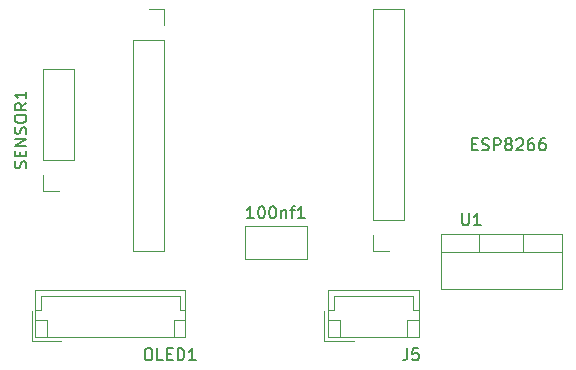
<source format=gbr>
%TF.GenerationSoftware,KiCad,Pcbnew,5.1.9+dfsg1-1*%
%TF.CreationDate,2022-05-15T20:14:44+02:00*%
%TF.ProjectId,water.tank,77617465-722e-4746-916e-6b2e6b696361,rev?*%
%TF.SameCoordinates,Original*%
%TF.FileFunction,Legend,Top*%
%TF.FilePolarity,Positive*%
%FSLAX46Y46*%
G04 Gerber Fmt 4.6, Leading zero omitted, Abs format (unit mm)*
G04 Created by KiCad (PCBNEW 5.1.9+dfsg1-1) date 2022-05-15 20:14:44*
%MOMM*%
%LPD*%
G01*
G04 APERTURE LIST*
%ADD10C,0.120000*%
%ADD11C,0.150000*%
G04 APERTURE END LIST*
D10*
%TO.C,SENSOR1*%
X69215000Y-69275000D02*
X67885000Y-69275000D01*
X67885000Y-69275000D02*
X67885000Y-67945000D01*
X67885000Y-66675000D02*
X67885000Y-58995000D01*
X70545000Y-58995000D02*
X67885000Y-58995000D01*
X70545000Y-66675000D02*
X70545000Y-58995000D01*
X70545000Y-66675000D02*
X67885000Y-66675000D01*
%TO.C,100nf1*%
X90230000Y-72290000D02*
X90230000Y-75030000D01*
X84990000Y-72290000D02*
X84990000Y-75030000D01*
X84990000Y-75030000D02*
X90230000Y-75030000D01*
X84990000Y-72290000D02*
X90230000Y-72290000D01*
%TO.C,U1*%
X101560000Y-72930000D02*
X111800000Y-72930000D01*
X101560000Y-77571000D02*
X111800000Y-77571000D01*
X101560000Y-72930000D02*
X101560000Y-77571000D01*
X111800000Y-72930000D02*
X111800000Y-77571000D01*
X101560000Y-74440000D02*
X111800000Y-74440000D01*
X104830000Y-72930000D02*
X104830000Y-74440000D01*
X108531000Y-72930000D02*
X108531000Y-74440000D01*
%TO.C,OLED1*%
X67240000Y-77665000D02*
X67240000Y-81685000D01*
X67240000Y-81685000D02*
X79960000Y-81685000D01*
X79960000Y-81685000D02*
X79960000Y-77665000D01*
X79960000Y-77665000D02*
X67240000Y-77665000D01*
X67240000Y-79375000D02*
X67740000Y-79375000D01*
X67740000Y-79375000D02*
X67740000Y-78165000D01*
X67740000Y-78165000D02*
X79460000Y-78165000D01*
X79460000Y-78165000D02*
X79460000Y-79375000D01*
X79460000Y-79375000D02*
X79960000Y-79375000D01*
X67240000Y-80185000D02*
X68240000Y-80185000D01*
X68240000Y-80185000D02*
X68240000Y-81685000D01*
X79960000Y-80185000D02*
X78960000Y-80185000D01*
X78960000Y-80185000D02*
X78960000Y-81685000D01*
X66940000Y-79485000D02*
X66940000Y-81985000D01*
X66940000Y-81985000D02*
X69440000Y-81985000D01*
%TO.C,J5*%
X92005000Y-77665000D02*
X92005000Y-81685000D01*
X92005000Y-81685000D02*
X99725000Y-81685000D01*
X99725000Y-81685000D02*
X99725000Y-77665000D01*
X99725000Y-77665000D02*
X92005000Y-77665000D01*
X92005000Y-79375000D02*
X92505000Y-79375000D01*
X92505000Y-79375000D02*
X92505000Y-78165000D01*
X92505000Y-78165000D02*
X99225000Y-78165000D01*
X99225000Y-78165000D02*
X99225000Y-79375000D01*
X99225000Y-79375000D02*
X99725000Y-79375000D01*
X92005000Y-80185000D02*
X93005000Y-80185000D01*
X93005000Y-80185000D02*
X93005000Y-81685000D01*
X99725000Y-80185000D02*
X98725000Y-80185000D01*
X98725000Y-80185000D02*
X98725000Y-81685000D01*
X91705000Y-79485000D02*
X91705000Y-81985000D01*
X91705000Y-81985000D02*
X94205000Y-81985000D01*
%TO.C,J1*%
X75505000Y-56515000D02*
X78165000Y-56515000D01*
X75505000Y-56515000D02*
X75505000Y-74355000D01*
X75505000Y-74355000D02*
X78165000Y-74355000D01*
X78165000Y-56515000D02*
X78165000Y-74355000D01*
X78165000Y-53915000D02*
X78165000Y-55245000D01*
X76835000Y-53915000D02*
X78165000Y-53915000D01*
%TO.C,ESP8266*%
X98485000Y-71755000D02*
X95825000Y-71755000D01*
X98485000Y-71755000D02*
X98485000Y-53915000D01*
X98485000Y-53915000D02*
X95825000Y-53915000D01*
X95825000Y-71755000D02*
X95825000Y-53915000D01*
X95825000Y-74355000D02*
X95825000Y-73025000D01*
X97155000Y-74355000D02*
X95825000Y-74355000D01*
%TO.C,SENSOR1*%
D11*
X66444761Y-67373095D02*
X66492380Y-67230238D01*
X66492380Y-66992142D01*
X66444761Y-66896904D01*
X66397142Y-66849285D01*
X66301904Y-66801666D01*
X66206666Y-66801666D01*
X66111428Y-66849285D01*
X66063809Y-66896904D01*
X66016190Y-66992142D01*
X65968571Y-67182619D01*
X65920952Y-67277857D01*
X65873333Y-67325476D01*
X65778095Y-67373095D01*
X65682857Y-67373095D01*
X65587619Y-67325476D01*
X65540000Y-67277857D01*
X65492380Y-67182619D01*
X65492380Y-66944523D01*
X65540000Y-66801666D01*
X65968571Y-66373095D02*
X65968571Y-66039761D01*
X66492380Y-65896904D02*
X66492380Y-66373095D01*
X65492380Y-66373095D01*
X65492380Y-65896904D01*
X66492380Y-65468333D02*
X65492380Y-65468333D01*
X66492380Y-64896904D01*
X65492380Y-64896904D01*
X66444761Y-64468333D02*
X66492380Y-64325476D01*
X66492380Y-64087380D01*
X66444761Y-63992142D01*
X66397142Y-63944523D01*
X66301904Y-63896904D01*
X66206666Y-63896904D01*
X66111428Y-63944523D01*
X66063809Y-63992142D01*
X66016190Y-64087380D01*
X65968571Y-64277857D01*
X65920952Y-64373095D01*
X65873333Y-64420714D01*
X65778095Y-64468333D01*
X65682857Y-64468333D01*
X65587619Y-64420714D01*
X65540000Y-64373095D01*
X65492380Y-64277857D01*
X65492380Y-64039761D01*
X65540000Y-63896904D01*
X65492380Y-63277857D02*
X65492380Y-63087380D01*
X65540000Y-62992142D01*
X65635238Y-62896904D01*
X65825714Y-62849285D01*
X66159047Y-62849285D01*
X66349523Y-62896904D01*
X66444761Y-62992142D01*
X66492380Y-63087380D01*
X66492380Y-63277857D01*
X66444761Y-63373095D01*
X66349523Y-63468333D01*
X66159047Y-63515952D01*
X65825714Y-63515952D01*
X65635238Y-63468333D01*
X65540000Y-63373095D01*
X65492380Y-63277857D01*
X66492380Y-61849285D02*
X66016190Y-62182619D01*
X66492380Y-62420714D02*
X65492380Y-62420714D01*
X65492380Y-62039761D01*
X65540000Y-61944523D01*
X65587619Y-61896904D01*
X65682857Y-61849285D01*
X65825714Y-61849285D01*
X65920952Y-61896904D01*
X65968571Y-61944523D01*
X66016190Y-62039761D01*
X66016190Y-62420714D01*
X66492380Y-60896904D02*
X66492380Y-61468333D01*
X66492380Y-61182619D02*
X65492380Y-61182619D01*
X65635238Y-61277857D01*
X65730476Y-61373095D01*
X65778095Y-61468333D01*
%TO.C,100nf1*%
X85729047Y-71612380D02*
X85157619Y-71612380D01*
X85443333Y-71612380D02*
X85443333Y-70612380D01*
X85348095Y-70755238D01*
X85252857Y-70850476D01*
X85157619Y-70898095D01*
X86348095Y-70612380D02*
X86443333Y-70612380D01*
X86538571Y-70660000D01*
X86586190Y-70707619D01*
X86633809Y-70802857D01*
X86681428Y-70993333D01*
X86681428Y-71231428D01*
X86633809Y-71421904D01*
X86586190Y-71517142D01*
X86538571Y-71564761D01*
X86443333Y-71612380D01*
X86348095Y-71612380D01*
X86252857Y-71564761D01*
X86205238Y-71517142D01*
X86157619Y-71421904D01*
X86110000Y-71231428D01*
X86110000Y-70993333D01*
X86157619Y-70802857D01*
X86205238Y-70707619D01*
X86252857Y-70660000D01*
X86348095Y-70612380D01*
X87300476Y-70612380D02*
X87395714Y-70612380D01*
X87490952Y-70660000D01*
X87538571Y-70707619D01*
X87586190Y-70802857D01*
X87633809Y-70993333D01*
X87633809Y-71231428D01*
X87586190Y-71421904D01*
X87538571Y-71517142D01*
X87490952Y-71564761D01*
X87395714Y-71612380D01*
X87300476Y-71612380D01*
X87205238Y-71564761D01*
X87157619Y-71517142D01*
X87110000Y-71421904D01*
X87062380Y-71231428D01*
X87062380Y-70993333D01*
X87110000Y-70802857D01*
X87157619Y-70707619D01*
X87205238Y-70660000D01*
X87300476Y-70612380D01*
X88062380Y-70945714D02*
X88062380Y-71612380D01*
X88062380Y-71040952D02*
X88110000Y-70993333D01*
X88205238Y-70945714D01*
X88348095Y-70945714D01*
X88443333Y-70993333D01*
X88490952Y-71088571D01*
X88490952Y-71612380D01*
X88824285Y-70945714D02*
X89205238Y-70945714D01*
X88967142Y-71612380D02*
X88967142Y-70755238D01*
X89014761Y-70660000D01*
X89110000Y-70612380D01*
X89205238Y-70612380D01*
X90062380Y-71612380D02*
X89490952Y-71612380D01*
X89776666Y-71612380D02*
X89776666Y-70612380D01*
X89681428Y-70755238D01*
X89586190Y-70850476D01*
X89490952Y-70898095D01*
%TO.C,U1*%
X103378095Y-71207380D02*
X103378095Y-72016904D01*
X103425714Y-72112142D01*
X103473333Y-72159761D01*
X103568571Y-72207380D01*
X103759047Y-72207380D01*
X103854285Y-72159761D01*
X103901904Y-72112142D01*
X103949523Y-72016904D01*
X103949523Y-71207380D01*
X104949523Y-72207380D02*
X104378095Y-72207380D01*
X104663809Y-72207380D02*
X104663809Y-71207380D01*
X104568571Y-71350238D01*
X104473333Y-71445476D01*
X104378095Y-71493095D01*
%TO.C,OLED1*%
X76731428Y-82637380D02*
X76921904Y-82637380D01*
X77017142Y-82685000D01*
X77112380Y-82780238D01*
X77160000Y-82970714D01*
X77160000Y-83304047D01*
X77112380Y-83494523D01*
X77017142Y-83589761D01*
X76921904Y-83637380D01*
X76731428Y-83637380D01*
X76636190Y-83589761D01*
X76540952Y-83494523D01*
X76493333Y-83304047D01*
X76493333Y-82970714D01*
X76540952Y-82780238D01*
X76636190Y-82685000D01*
X76731428Y-82637380D01*
X78064761Y-83637380D02*
X77588571Y-83637380D01*
X77588571Y-82637380D01*
X78398095Y-83113571D02*
X78731428Y-83113571D01*
X78874285Y-83637380D02*
X78398095Y-83637380D01*
X78398095Y-82637380D01*
X78874285Y-82637380D01*
X79302857Y-83637380D02*
X79302857Y-82637380D01*
X79540952Y-82637380D01*
X79683809Y-82685000D01*
X79779047Y-82780238D01*
X79826666Y-82875476D01*
X79874285Y-83065952D01*
X79874285Y-83208809D01*
X79826666Y-83399285D01*
X79779047Y-83494523D01*
X79683809Y-83589761D01*
X79540952Y-83637380D01*
X79302857Y-83637380D01*
X80826666Y-83637380D02*
X80255238Y-83637380D01*
X80540952Y-83637380D02*
X80540952Y-82637380D01*
X80445714Y-82780238D01*
X80350476Y-82875476D01*
X80255238Y-82923095D01*
%TO.C,J5*%
X98726666Y-82637380D02*
X98726666Y-83351666D01*
X98679047Y-83494523D01*
X98583809Y-83589761D01*
X98440952Y-83637380D01*
X98345714Y-83637380D01*
X99679047Y-82637380D02*
X99202857Y-82637380D01*
X99155238Y-83113571D01*
X99202857Y-83065952D01*
X99298095Y-83018333D01*
X99536190Y-83018333D01*
X99631428Y-83065952D01*
X99679047Y-83113571D01*
X99726666Y-83208809D01*
X99726666Y-83446904D01*
X99679047Y-83542142D01*
X99631428Y-83589761D01*
X99536190Y-83637380D01*
X99298095Y-83637380D01*
X99202857Y-83589761D01*
X99155238Y-83542142D01*
%TO.C,ESP8266*%
X104219761Y-65333571D02*
X104553095Y-65333571D01*
X104695952Y-65857380D02*
X104219761Y-65857380D01*
X104219761Y-64857380D01*
X104695952Y-64857380D01*
X105076904Y-65809761D02*
X105219761Y-65857380D01*
X105457857Y-65857380D01*
X105553095Y-65809761D01*
X105600714Y-65762142D01*
X105648333Y-65666904D01*
X105648333Y-65571666D01*
X105600714Y-65476428D01*
X105553095Y-65428809D01*
X105457857Y-65381190D01*
X105267380Y-65333571D01*
X105172142Y-65285952D01*
X105124523Y-65238333D01*
X105076904Y-65143095D01*
X105076904Y-65047857D01*
X105124523Y-64952619D01*
X105172142Y-64905000D01*
X105267380Y-64857380D01*
X105505476Y-64857380D01*
X105648333Y-64905000D01*
X106076904Y-65857380D02*
X106076904Y-64857380D01*
X106457857Y-64857380D01*
X106553095Y-64905000D01*
X106600714Y-64952619D01*
X106648333Y-65047857D01*
X106648333Y-65190714D01*
X106600714Y-65285952D01*
X106553095Y-65333571D01*
X106457857Y-65381190D01*
X106076904Y-65381190D01*
X107219761Y-65285952D02*
X107124523Y-65238333D01*
X107076904Y-65190714D01*
X107029285Y-65095476D01*
X107029285Y-65047857D01*
X107076904Y-64952619D01*
X107124523Y-64905000D01*
X107219761Y-64857380D01*
X107410238Y-64857380D01*
X107505476Y-64905000D01*
X107553095Y-64952619D01*
X107600714Y-65047857D01*
X107600714Y-65095476D01*
X107553095Y-65190714D01*
X107505476Y-65238333D01*
X107410238Y-65285952D01*
X107219761Y-65285952D01*
X107124523Y-65333571D01*
X107076904Y-65381190D01*
X107029285Y-65476428D01*
X107029285Y-65666904D01*
X107076904Y-65762142D01*
X107124523Y-65809761D01*
X107219761Y-65857380D01*
X107410238Y-65857380D01*
X107505476Y-65809761D01*
X107553095Y-65762142D01*
X107600714Y-65666904D01*
X107600714Y-65476428D01*
X107553095Y-65381190D01*
X107505476Y-65333571D01*
X107410238Y-65285952D01*
X107981666Y-64952619D02*
X108029285Y-64905000D01*
X108124523Y-64857380D01*
X108362619Y-64857380D01*
X108457857Y-64905000D01*
X108505476Y-64952619D01*
X108553095Y-65047857D01*
X108553095Y-65143095D01*
X108505476Y-65285952D01*
X107934047Y-65857380D01*
X108553095Y-65857380D01*
X109410238Y-64857380D02*
X109219761Y-64857380D01*
X109124523Y-64905000D01*
X109076904Y-64952619D01*
X108981666Y-65095476D01*
X108934047Y-65285952D01*
X108934047Y-65666904D01*
X108981666Y-65762142D01*
X109029285Y-65809761D01*
X109124523Y-65857380D01*
X109315000Y-65857380D01*
X109410238Y-65809761D01*
X109457857Y-65762142D01*
X109505476Y-65666904D01*
X109505476Y-65428809D01*
X109457857Y-65333571D01*
X109410238Y-65285952D01*
X109315000Y-65238333D01*
X109124523Y-65238333D01*
X109029285Y-65285952D01*
X108981666Y-65333571D01*
X108934047Y-65428809D01*
X110362619Y-64857380D02*
X110172142Y-64857380D01*
X110076904Y-64905000D01*
X110029285Y-64952619D01*
X109934047Y-65095476D01*
X109886428Y-65285952D01*
X109886428Y-65666904D01*
X109934047Y-65762142D01*
X109981666Y-65809761D01*
X110076904Y-65857380D01*
X110267380Y-65857380D01*
X110362619Y-65809761D01*
X110410238Y-65762142D01*
X110457857Y-65666904D01*
X110457857Y-65428809D01*
X110410238Y-65333571D01*
X110362619Y-65285952D01*
X110267380Y-65238333D01*
X110076904Y-65238333D01*
X109981666Y-65285952D01*
X109934047Y-65333571D01*
X109886428Y-65428809D01*
%TD*%
M02*

</source>
